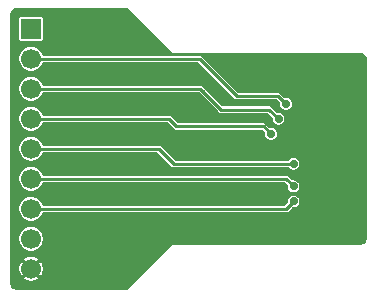
<source format=gbr>
%TF.GenerationSoftware,KiCad,Pcbnew,9.0.2+dfsg-1*%
%TF.CreationDate,2025-06-02T16:04:06+08:00*%
%TF.ProjectId,sd,73642e6b-6963-4616-945f-706362585858,rev?*%
%TF.SameCoordinates,Original*%
%TF.FileFunction,Copper,L2,Bot*%
%TF.FilePolarity,Positive*%
%FSLAX46Y46*%
G04 Gerber Fmt 4.6, Leading zero omitted, Abs format (unit mm)*
G04 Created by KiCad (PCBNEW 9.0.2+dfsg-1) date 2025-06-02 16:04:06*
%MOMM*%
%LPD*%
G01*
G04 APERTURE LIST*
%TA.AperFunction,ComponentPad*%
%ADD10R,1.700000X1.700000*%
%TD*%
%TA.AperFunction,ComponentPad*%
%ADD11C,1.700000*%
%TD*%
%TA.AperFunction,ViaPad*%
%ADD12C,0.700000*%
%TD*%
%TA.AperFunction,Conductor*%
%ADD13C,0.228600*%
%TD*%
G04 APERTURE END LIST*
D10*
%TO.P,J2,1,Pin_1*%
%TO.N,VCC*%
X147955000Y-85090000D03*
D11*
%TO.P,J2,2,Pin_2*%
%TO.N,/D2*%
X147955000Y-87630000D03*
%TO.P,J2,3,Pin_3*%
%TO.N,/D3*%
X147955000Y-90170000D03*
%TO.P,J2,4,Pin_4*%
%TO.N,/CMD*%
X147955000Y-92710000D03*
%TO.P,J2,5,Pin_5*%
%TO.N,/CLK*%
X147955000Y-95250000D03*
%TO.P,J2,6,Pin_6*%
%TO.N,/D0*%
X147955000Y-97790000D03*
%TO.P,J2,7,Pin_7*%
%TO.N,/D1*%
X147955000Y-100330000D03*
%TO.P,J2,8,Pin_8*%
%TO.N,/DET*%
X147955000Y-102870000D03*
%TO.P,J2,9,Pin_9*%
%TO.N,GND*%
X147955000Y-105410000D03*
%TD*%
D12*
%TO.N,GND*%
X150495000Y-86995000D03*
X151765000Y-86995000D03*
X151765000Y-88265000D03*
X150495000Y-88265000D03*
X151765000Y-101600000D03*
X150495000Y-101600000D03*
X151765000Y-93980000D03*
X150495000Y-93980000D03*
X150495000Y-99060000D03*
X151765000Y-96520000D03*
X150495000Y-96520000D03*
X168910000Y-89535000D03*
X158115000Y-99060000D03*
X168910000Y-102235000D03*
X170180000Y-102235000D03*
X173990000Y-98425000D03*
X155575000Y-105410000D03*
X163830000Y-99060000D03*
X154305000Y-85090000D03*
X153670000Y-93980000D03*
X167640000Y-102235000D03*
X168275000Y-99060000D03*
X170180000Y-89535000D03*
X154305000Y-105410000D03*
X150495000Y-91440000D03*
X153035000Y-85090000D03*
X151765000Y-91440000D03*
X163830000Y-95250000D03*
X162560000Y-92075000D03*
X153035000Y-105410000D03*
X167640000Y-89535000D03*
X160020000Y-99060000D03*
X173990000Y-96520000D03*
X168275000Y-95250000D03*
X155575000Y-85090000D03*
X155575000Y-93980000D03*
X151765000Y-99060000D03*
X157480000Y-91440000D03*
%TO.N,/CLK*%
X170180000Y-96520000D03*
%TO.N,/D1*%
X170180000Y-99695000D03*
%TO.N,/D3*%
X168910000Y-92710000D03*
%TO.N,/D0*%
X170180000Y-98425000D03*
%TO.N,/CMD*%
X168275000Y-93980000D03*
%TO.N,/D2*%
X169545000Y-91440000D03*
%TO.N,GND*%
X156845000Y-105410000D03*
%TD*%
D13*
%TO.N,/D2*%
X169545000Y-91440000D02*
X169510000Y-91440000D01*
X169510000Y-91440000D02*
X168840000Y-90770000D01*
X165360000Y-90770000D02*
X162220000Y-87630000D01*
X168840000Y-90770000D02*
X165360000Y-90770000D01*
X162220000Y-87630000D02*
X147955000Y-87630000D01*
%TO.N,/D3*%
X168910000Y-92710000D02*
X168120000Y-91920000D01*
X164045000Y-91925000D02*
X162870000Y-90750000D01*
X168120000Y-91920000D02*
X164050000Y-91920000D01*
X164050000Y-91920000D02*
X164045000Y-91925000D01*
%TO.N,/CMD*%
X147955000Y-92710000D02*
X159625000Y-92710000D01*
X159625000Y-92710000D02*
X160260000Y-93345000D01*
X160260000Y-93345000D02*
X167640000Y-93345000D01*
X167640000Y-93345000D02*
X168275000Y-93980000D01*
%TO.N,/CLK*%
X147955000Y-95250000D02*
X158750000Y-95250000D01*
X158750000Y-95250000D02*
X160020000Y-96520000D01*
X170180000Y-96520000D02*
X160020000Y-96520000D01*
%TO.N,/D1*%
X169545000Y-100330000D02*
X147955000Y-100330000D01*
X170180000Y-99695000D02*
X169545000Y-100330000D01*
%TO.N,/D3*%
X162480000Y-90360000D02*
X162870000Y-90750000D01*
X162290000Y-90170000D02*
X147955000Y-90170000D01*
X162870000Y-90750000D02*
X162290000Y-90170000D01*
%TO.N,/D0*%
X170180000Y-98425000D02*
X169545000Y-97790000D01*
X169545000Y-97790000D02*
X147955000Y-97790000D01*
%TD*%
%TA.AperFunction,Conductor*%
%TO.N,GND*%
G36*
X156163856Y-83355493D02*
G01*
X156168692Y-83359926D01*
X159933388Y-87124622D01*
X159933390Y-87124623D01*
X159966308Y-87138258D01*
X159966313Y-87138259D01*
X159989586Y-87147900D01*
X159989587Y-87147900D01*
X160050414Y-87147900D01*
X175860102Y-87147900D01*
X175890069Y-87147900D01*
X175899884Y-87148543D01*
X176009964Y-87163035D01*
X176028920Y-87168114D01*
X176126907Y-87208702D01*
X176143902Y-87218514D01*
X176185973Y-87250796D01*
X176228041Y-87283077D01*
X176241922Y-87296958D01*
X176306483Y-87381094D01*
X176316299Y-87398095D01*
X176356884Y-87496076D01*
X176361965Y-87515038D01*
X176376457Y-87625114D01*
X176377100Y-87634930D01*
X176377100Y-102865069D01*
X176376457Y-102874885D01*
X176361965Y-102984961D01*
X176356884Y-103003923D01*
X176316299Y-103101904D01*
X176306483Y-103118905D01*
X176241922Y-103203041D01*
X176228041Y-103216922D01*
X176143905Y-103281483D01*
X176126904Y-103291299D01*
X176028923Y-103331884D01*
X176009961Y-103336965D01*
X175948558Y-103345049D01*
X175899883Y-103351457D01*
X175890069Y-103352100D01*
X159989586Y-103352100D01*
X159966309Y-103361741D01*
X159966307Y-103361741D01*
X159933391Y-103375376D01*
X159933388Y-103375378D01*
X156168692Y-107140074D01*
X156122072Y-107161814D01*
X156115518Y-107162100D01*
X146689931Y-107162100D01*
X146680116Y-107161457D01*
X146633046Y-107155260D01*
X146570038Y-107146965D01*
X146551076Y-107141884D01*
X146453095Y-107101299D01*
X146436094Y-107091483D01*
X146351958Y-107026922D01*
X146338077Y-107013041D01*
X146273516Y-106928905D01*
X146263702Y-106911907D01*
X146223114Y-106813920D01*
X146218035Y-106794964D01*
X146203543Y-106684884D01*
X146202900Y-106675069D01*
X146202900Y-105311270D01*
X146952600Y-105311270D01*
X146952600Y-105508729D01*
X146991121Y-105702385D01*
X146991122Y-105702388D01*
X147066684Y-105884812D01*
X147145982Y-106003491D01*
X147510086Y-105639386D01*
X147554901Y-105717007D01*
X147647993Y-105810099D01*
X147725611Y-105854912D01*
X147361507Y-106219016D01*
X147480187Y-106298315D01*
X147662611Y-106373877D01*
X147662614Y-106373878D01*
X147856270Y-106412400D01*
X148053730Y-106412400D01*
X148247385Y-106373878D01*
X148247388Y-106373877D01*
X148429816Y-106298313D01*
X148548490Y-106219017D01*
X148548491Y-106219016D01*
X148184387Y-105854912D01*
X148262007Y-105810099D01*
X148355099Y-105717007D01*
X148399912Y-105639387D01*
X148764016Y-106003491D01*
X148764017Y-106003490D01*
X148843313Y-105884816D01*
X148918877Y-105702388D01*
X148918878Y-105702385D01*
X148957400Y-105508729D01*
X148957400Y-105311270D01*
X148918878Y-105117614D01*
X148918877Y-105117611D01*
X148843315Y-104935187D01*
X148764016Y-104816507D01*
X148399912Y-105180611D01*
X148355099Y-105102993D01*
X148262007Y-105009901D01*
X148184387Y-104965087D01*
X148548491Y-104600982D01*
X148429812Y-104521684D01*
X148247388Y-104446122D01*
X148247385Y-104446121D01*
X148053730Y-104407600D01*
X147856270Y-104407600D01*
X147662614Y-104446121D01*
X147662611Y-104446122D01*
X147480184Y-104521685D01*
X147361507Y-104600981D01*
X147361507Y-104600982D01*
X147725612Y-104965087D01*
X147647993Y-105009901D01*
X147554901Y-105102993D01*
X147510087Y-105180612D01*
X147145982Y-104816507D01*
X147145981Y-104816507D01*
X147066685Y-104935184D01*
X146991122Y-105117611D01*
X146991121Y-105117614D01*
X146952600Y-105311270D01*
X146202900Y-105311270D01*
X146202900Y-102771222D01*
X146952100Y-102771222D01*
X146952100Y-102968777D01*
X146990641Y-103162537D01*
X146990642Y-103162538D01*
X147062892Y-103336965D01*
X147066241Y-103345051D01*
X147175996Y-103509312D01*
X147175997Y-103509313D01*
X147176000Y-103509317D01*
X147315682Y-103648999D01*
X147315685Y-103649001D01*
X147315688Y-103649004D01*
X147479949Y-103758759D01*
X147662461Y-103834357D01*
X147662462Y-103834358D01*
X147662463Y-103834358D01*
X147662465Y-103834359D01*
X147792218Y-103860168D01*
X147856222Y-103872900D01*
X147856223Y-103872900D01*
X148053778Y-103872900D01*
X148101889Y-103863329D01*
X148247535Y-103834359D01*
X148430051Y-103758759D01*
X148594312Y-103649004D01*
X148734004Y-103509312D01*
X148843759Y-103345051D01*
X148919359Y-103162535D01*
X148957900Y-102968777D01*
X148957900Y-102771223D01*
X148919359Y-102577465D01*
X148843759Y-102394949D01*
X148734004Y-102230688D01*
X148734001Y-102230685D01*
X148733999Y-102230682D01*
X148594317Y-102091000D01*
X148594313Y-102090997D01*
X148594312Y-102090996D01*
X148430051Y-101981241D01*
X148430049Y-101981240D01*
X148247538Y-101905642D01*
X148247537Y-101905641D01*
X148053778Y-101867100D01*
X148053777Y-101867100D01*
X147856223Y-101867100D01*
X147856222Y-101867100D01*
X147662462Y-101905641D01*
X147662461Y-101905642D01*
X147479950Y-101981240D01*
X147315682Y-102091000D01*
X147176000Y-102230682D01*
X147066240Y-102394950D01*
X146990642Y-102577461D01*
X146990641Y-102577462D01*
X146952100Y-102771222D01*
X146202900Y-102771222D01*
X146202900Y-100231222D01*
X146952100Y-100231222D01*
X146952100Y-100428777D01*
X146990641Y-100622537D01*
X146990642Y-100622538D01*
X147066241Y-100805051D01*
X147175996Y-100969312D01*
X147175997Y-100969313D01*
X147176000Y-100969317D01*
X147315682Y-101108999D01*
X147315685Y-101109001D01*
X147315688Y-101109004D01*
X147479949Y-101218759D01*
X147662461Y-101294357D01*
X147662462Y-101294358D01*
X147662463Y-101294358D01*
X147662465Y-101294359D01*
X147792218Y-101320168D01*
X147856222Y-101332900D01*
X147856223Y-101332900D01*
X148053778Y-101332900D01*
X148101889Y-101323329D01*
X148247535Y-101294359D01*
X148430051Y-101218759D01*
X148594312Y-101109004D01*
X148734004Y-100969312D01*
X148843759Y-100805051D01*
X148910625Y-100643620D01*
X148945376Y-100605697D01*
X148980100Y-100597200D01*
X169598147Y-100597200D01*
X169598149Y-100597200D01*
X169696357Y-100556521D01*
X170036707Y-100216170D01*
X170083326Y-100194431D01*
X170109342Y-100196707D01*
X170113792Y-100197900D01*
X170113793Y-100197900D01*
X170246206Y-100197900D01*
X170246208Y-100197900D01*
X170374112Y-100163629D01*
X170488788Y-100097421D01*
X170582421Y-100003788D01*
X170648629Y-99889112D01*
X170682900Y-99761208D01*
X170682900Y-99628792D01*
X170648629Y-99500888D01*
X170648628Y-99500887D01*
X170648628Y-99500885D01*
X170611613Y-99436775D01*
X170582421Y-99386212D01*
X170582419Y-99386210D01*
X170582417Y-99386207D01*
X170488792Y-99292582D01*
X170488786Y-99292578D01*
X170374114Y-99226371D01*
X170310160Y-99209235D01*
X170246208Y-99192100D01*
X170113792Y-99192100D01*
X170062630Y-99205808D01*
X169985885Y-99226371D01*
X169871213Y-99292578D01*
X169871207Y-99292582D01*
X169777582Y-99386207D01*
X169777578Y-99386213D01*
X169711371Y-99500885D01*
X169697945Y-99550996D01*
X169677100Y-99628792D01*
X169677100Y-99761208D01*
X169678292Y-99765656D01*
X169673807Y-99816900D01*
X169658829Y-99838291D01*
X169456348Y-100040774D01*
X169409727Y-100062514D01*
X169403173Y-100062800D01*
X148980100Y-100062800D01*
X148931762Y-100045207D01*
X148910625Y-100016379D01*
X148843759Y-99854949D01*
X148734004Y-99690688D01*
X148734001Y-99690685D01*
X148733999Y-99690682D01*
X148594317Y-99551000D01*
X148594313Y-99550997D01*
X148594312Y-99550996D01*
X148430051Y-99441241D01*
X148297201Y-99386213D01*
X148247538Y-99365642D01*
X148247537Y-99365641D01*
X148053778Y-99327100D01*
X148053777Y-99327100D01*
X147856223Y-99327100D01*
X147856222Y-99327100D01*
X147662462Y-99365641D01*
X147662461Y-99365642D01*
X147479950Y-99441240D01*
X147315682Y-99551000D01*
X147176000Y-99690682D01*
X147066240Y-99854950D01*
X146990642Y-100037461D01*
X146990641Y-100037462D01*
X146952100Y-100231222D01*
X146202900Y-100231222D01*
X146202900Y-97691222D01*
X146952100Y-97691222D01*
X146952100Y-97888777D01*
X146990641Y-98082537D01*
X146990642Y-98082538D01*
X147066241Y-98265051D01*
X147175996Y-98429312D01*
X147175997Y-98429313D01*
X147176000Y-98429317D01*
X147315682Y-98568999D01*
X147315685Y-98569001D01*
X147315688Y-98569004D01*
X147479949Y-98678759D01*
X147662461Y-98754357D01*
X147662462Y-98754358D01*
X147662463Y-98754358D01*
X147662465Y-98754359D01*
X147792218Y-98780168D01*
X147856222Y-98792900D01*
X147856223Y-98792900D01*
X148053778Y-98792900D01*
X148101889Y-98783329D01*
X148247535Y-98754359D01*
X148430051Y-98678759D01*
X148594312Y-98569004D01*
X148734004Y-98429312D01*
X148843759Y-98265051D01*
X148910625Y-98103620D01*
X148945376Y-98065697D01*
X148980100Y-98057200D01*
X169403174Y-98057200D01*
X169451512Y-98074793D01*
X169456348Y-98079226D01*
X169658827Y-98281705D01*
X169680567Y-98328325D01*
X169678293Y-98354332D01*
X169677100Y-98358785D01*
X169677100Y-98358792D01*
X169677100Y-98491208D01*
X169697662Y-98567950D01*
X169711371Y-98619114D01*
X169777578Y-98733786D01*
X169777582Y-98733792D01*
X169871207Y-98827417D01*
X169871210Y-98827419D01*
X169871212Y-98827421D01*
X169921775Y-98856613D01*
X169985885Y-98893628D01*
X169985887Y-98893628D01*
X169985888Y-98893629D01*
X170113792Y-98927900D01*
X170113794Y-98927900D01*
X170246206Y-98927900D01*
X170246208Y-98927900D01*
X170374112Y-98893629D01*
X170488788Y-98827421D01*
X170582421Y-98733788D01*
X170648629Y-98619112D01*
X170682900Y-98491208D01*
X170682900Y-98358792D01*
X170648629Y-98230888D01*
X170648628Y-98230887D01*
X170648628Y-98230885D01*
X170611613Y-98166775D01*
X170582421Y-98116212D01*
X170582419Y-98116210D01*
X170582417Y-98116207D01*
X170488792Y-98022582D01*
X170488786Y-98022578D01*
X170374114Y-97956371D01*
X170310160Y-97939235D01*
X170246208Y-97922100D01*
X170113792Y-97922100D01*
X170113789Y-97922100D01*
X170109335Y-97923293D01*
X170058092Y-97918804D01*
X170036706Y-97903827D01*
X169696359Y-97563480D01*
X169696357Y-97563479D01*
X169598149Y-97522800D01*
X169598148Y-97522800D01*
X148980100Y-97522800D01*
X148931762Y-97505207D01*
X148910625Y-97476379D01*
X148843759Y-97314949D01*
X148734004Y-97150688D01*
X148734001Y-97150685D01*
X148733999Y-97150682D01*
X148594317Y-97011000D01*
X148594313Y-97010997D01*
X148594312Y-97010996D01*
X148430051Y-96901241D01*
X148430049Y-96901240D01*
X148247538Y-96825642D01*
X148247537Y-96825641D01*
X148053778Y-96787100D01*
X148053777Y-96787100D01*
X147856223Y-96787100D01*
X147856222Y-96787100D01*
X147662462Y-96825641D01*
X147662461Y-96825642D01*
X147479950Y-96901240D01*
X147315682Y-97011000D01*
X147176000Y-97150682D01*
X147066240Y-97314950D01*
X146990642Y-97497461D01*
X146990641Y-97497462D01*
X146952100Y-97691222D01*
X146202900Y-97691222D01*
X146202900Y-95151222D01*
X146952100Y-95151222D01*
X146952100Y-95348777D01*
X146990641Y-95542537D01*
X146990642Y-95542538D01*
X147066241Y-95725051D01*
X147175996Y-95889312D01*
X147175997Y-95889313D01*
X147176000Y-95889317D01*
X147315682Y-96028999D01*
X147315685Y-96029001D01*
X147315688Y-96029004D01*
X147479949Y-96138759D01*
X147662461Y-96214357D01*
X147662462Y-96214358D01*
X147662463Y-96214358D01*
X147662465Y-96214359D01*
X147767275Y-96235207D01*
X147856222Y-96252900D01*
X147856223Y-96252900D01*
X148053778Y-96252900D01*
X148142725Y-96235207D01*
X148247535Y-96214359D01*
X148430051Y-96138759D01*
X148594312Y-96029004D01*
X148734004Y-95889312D01*
X148843759Y-95725051D01*
X148910625Y-95563620D01*
X148945376Y-95525697D01*
X148980100Y-95517200D01*
X158608174Y-95517200D01*
X158656512Y-95534793D01*
X158661348Y-95539226D01*
X159793479Y-96671357D01*
X159868643Y-96746521D01*
X159966851Y-96787200D01*
X169710151Y-96787200D01*
X169758489Y-96804793D01*
X169775277Y-96824801D01*
X169777579Y-96828789D01*
X169871207Y-96922417D01*
X169871210Y-96922419D01*
X169871212Y-96922421D01*
X169921775Y-96951613D01*
X169985885Y-96988628D01*
X169985887Y-96988628D01*
X169985888Y-96988629D01*
X170113792Y-97022900D01*
X170113794Y-97022900D01*
X170246206Y-97022900D01*
X170246208Y-97022900D01*
X170374112Y-96988629D01*
X170488788Y-96922421D01*
X170582421Y-96828788D01*
X170648629Y-96714112D01*
X170682900Y-96586208D01*
X170682900Y-96453792D01*
X170648629Y-96325888D01*
X170648628Y-96325887D01*
X170648628Y-96325885D01*
X170593715Y-96230774D01*
X170582421Y-96211212D01*
X170582419Y-96211210D01*
X170582417Y-96211207D01*
X170488792Y-96117582D01*
X170488786Y-96117578D01*
X170374114Y-96051371D01*
X170290635Y-96029004D01*
X170246208Y-96017100D01*
X170113792Y-96017100D01*
X170069365Y-96029004D01*
X169985885Y-96051371D01*
X169871213Y-96117578D01*
X169871207Y-96117582D01*
X169777579Y-96211210D01*
X169775277Y-96215199D01*
X169735872Y-96248264D01*
X169710151Y-96252800D01*
X160161826Y-96252800D01*
X160113488Y-96235207D01*
X160108652Y-96230774D01*
X158901359Y-95023480D01*
X158901357Y-95023479D01*
X158803149Y-94982800D01*
X158803148Y-94982800D01*
X148980100Y-94982800D01*
X148931762Y-94965207D01*
X148910625Y-94936379D01*
X148843759Y-94774949D01*
X148734004Y-94610688D01*
X148734001Y-94610685D01*
X148733999Y-94610682D01*
X148594317Y-94471000D01*
X148594313Y-94470997D01*
X148594312Y-94470996D01*
X148430051Y-94361241D01*
X148430049Y-94361240D01*
X148247538Y-94285642D01*
X148247537Y-94285641D01*
X148053778Y-94247100D01*
X148053777Y-94247100D01*
X147856223Y-94247100D01*
X147856222Y-94247100D01*
X147662462Y-94285641D01*
X147662461Y-94285642D01*
X147479950Y-94361240D01*
X147315682Y-94471000D01*
X147176000Y-94610682D01*
X147066240Y-94774950D01*
X146990642Y-94957461D01*
X146990641Y-94957462D01*
X146952100Y-95151222D01*
X146202900Y-95151222D01*
X146202900Y-92611222D01*
X146952100Y-92611222D01*
X146952100Y-92808777D01*
X146990641Y-93002537D01*
X146990642Y-93002538D01*
X147063581Y-93178629D01*
X147066241Y-93185051D01*
X147175996Y-93349312D01*
X147175997Y-93349313D01*
X147176000Y-93349317D01*
X147315682Y-93488999D01*
X147315685Y-93489001D01*
X147315688Y-93489004D01*
X147479949Y-93598759D01*
X147662461Y-93674357D01*
X147662462Y-93674358D01*
X147662463Y-93674358D01*
X147662465Y-93674359D01*
X147792218Y-93700168D01*
X147856222Y-93712900D01*
X147856223Y-93712900D01*
X148053778Y-93712900D01*
X148101889Y-93703329D01*
X148247535Y-93674359D01*
X148430051Y-93598759D01*
X148594312Y-93489004D01*
X148734004Y-93349312D01*
X148843759Y-93185051D01*
X148910625Y-93023620D01*
X148945376Y-92985697D01*
X148980100Y-92977200D01*
X159483174Y-92977200D01*
X159531512Y-92994793D01*
X159536348Y-92999226D01*
X160033479Y-93496357D01*
X160108643Y-93571521D01*
X160206851Y-93612200D01*
X167498174Y-93612200D01*
X167546512Y-93629793D01*
X167551348Y-93634226D01*
X167753827Y-93836705D01*
X167775567Y-93883325D01*
X167773293Y-93909332D01*
X167772100Y-93913785D01*
X167772100Y-93913792D01*
X167772100Y-94046208D01*
X167792662Y-94122950D01*
X167806371Y-94174114D01*
X167872578Y-94288786D01*
X167872582Y-94288792D01*
X167966207Y-94382417D01*
X167966210Y-94382419D01*
X167966212Y-94382421D01*
X168016775Y-94411613D01*
X168080885Y-94448628D01*
X168080887Y-94448628D01*
X168080888Y-94448629D01*
X168208792Y-94482900D01*
X168208794Y-94482900D01*
X168341206Y-94482900D01*
X168341208Y-94482900D01*
X168469112Y-94448629D01*
X168583788Y-94382421D01*
X168677421Y-94288788D01*
X168743629Y-94174112D01*
X168777900Y-94046208D01*
X168777900Y-93913792D01*
X168743629Y-93785888D01*
X168743628Y-93785887D01*
X168743628Y-93785885D01*
X168701489Y-93712900D01*
X168677421Y-93671212D01*
X168677419Y-93671210D01*
X168677417Y-93671207D01*
X168583792Y-93577582D01*
X168583786Y-93577578D01*
X168469114Y-93511371D01*
X168405160Y-93494235D01*
X168341208Y-93477100D01*
X168208792Y-93477100D01*
X168208789Y-93477100D01*
X168204335Y-93478293D01*
X168153092Y-93473804D01*
X168131706Y-93458827D01*
X167791359Y-93118480D01*
X167791357Y-93118479D01*
X167693149Y-93077800D01*
X167693148Y-93077800D01*
X160401826Y-93077800D01*
X160353488Y-93060207D01*
X160348652Y-93055774D01*
X159776359Y-92483480D01*
X159776357Y-92483479D01*
X159678149Y-92442800D01*
X159678148Y-92442800D01*
X148980100Y-92442800D01*
X148931762Y-92425207D01*
X148910625Y-92396379D01*
X148843759Y-92234949D01*
X148734004Y-92070688D01*
X148734001Y-92070685D01*
X148733999Y-92070682D01*
X148594317Y-91931000D01*
X148594313Y-91930997D01*
X148594312Y-91930996D01*
X148430051Y-91821241D01*
X148430049Y-91821240D01*
X148247538Y-91745642D01*
X148247537Y-91745641D01*
X148053778Y-91707100D01*
X148053777Y-91707100D01*
X147856223Y-91707100D01*
X147856222Y-91707100D01*
X147662462Y-91745641D01*
X147662461Y-91745642D01*
X147479950Y-91821240D01*
X147315682Y-91931000D01*
X147176000Y-92070682D01*
X147066240Y-92234950D01*
X146990642Y-92417461D01*
X146990641Y-92417462D01*
X146952100Y-92611222D01*
X146202900Y-92611222D01*
X146202900Y-90071222D01*
X146952100Y-90071222D01*
X146952100Y-90268777D01*
X146990641Y-90462537D01*
X146990642Y-90462538D01*
X147024169Y-90543479D01*
X147066241Y-90645051D01*
X147175996Y-90809312D01*
X147175997Y-90809313D01*
X147176000Y-90809317D01*
X147315682Y-90948999D01*
X147315685Y-90949001D01*
X147315688Y-90949004D01*
X147479949Y-91058759D01*
X147662461Y-91134357D01*
X147662462Y-91134358D01*
X147662463Y-91134358D01*
X147662465Y-91134359D01*
X147792218Y-91160168D01*
X147856222Y-91172900D01*
X147856223Y-91172900D01*
X148053778Y-91172900D01*
X148101889Y-91163329D01*
X148247535Y-91134359D01*
X148430051Y-91058759D01*
X148594312Y-90949004D01*
X148734004Y-90809312D01*
X148843759Y-90645051D01*
X148910625Y-90483620D01*
X148945376Y-90445697D01*
X148980100Y-90437200D01*
X162148174Y-90437200D01*
X162196512Y-90454793D01*
X162201348Y-90459226D01*
X162643479Y-90901357D01*
X163818479Y-92076357D01*
X163893643Y-92151521D01*
X163991851Y-92192200D01*
X163991852Y-92192200D01*
X164098148Y-92192200D01*
X164098149Y-92192200D01*
X164098149Y-92192199D01*
X164105412Y-92190755D01*
X164105484Y-92191117D01*
X164125178Y-92187200D01*
X167978174Y-92187200D01*
X168026512Y-92204793D01*
X168031348Y-92209226D01*
X168388827Y-92566705D01*
X168410567Y-92613325D01*
X168408293Y-92639332D01*
X168407100Y-92643785D01*
X168407100Y-92643792D01*
X168407100Y-92776208D01*
X168415827Y-92808777D01*
X168441371Y-92904114D01*
X168507578Y-93018786D01*
X168507582Y-93018792D01*
X168601207Y-93112417D01*
X168601210Y-93112419D01*
X168601212Y-93112421D01*
X168611707Y-93118480D01*
X168715885Y-93178628D01*
X168715887Y-93178628D01*
X168715888Y-93178629D01*
X168843792Y-93212900D01*
X168843794Y-93212900D01*
X168976206Y-93212900D01*
X168976208Y-93212900D01*
X169104112Y-93178629D01*
X169218788Y-93112421D01*
X169312421Y-93018788D01*
X169378629Y-92904112D01*
X169412900Y-92776208D01*
X169412900Y-92643792D01*
X169378629Y-92515888D01*
X169378628Y-92515887D01*
X169378628Y-92515885D01*
X169326274Y-92425207D01*
X169312421Y-92401212D01*
X169312419Y-92401210D01*
X169312417Y-92401207D01*
X169218792Y-92307582D01*
X169218786Y-92307578D01*
X169104114Y-92241371D01*
X169040160Y-92224235D01*
X168976208Y-92207100D01*
X168843792Y-92207100D01*
X168843785Y-92207100D01*
X168839332Y-92208293D01*
X168788089Y-92203803D01*
X168766705Y-92188827D01*
X168271359Y-91693480D01*
X168271357Y-91693479D01*
X168173149Y-91652800D01*
X168173148Y-91652800D01*
X164181826Y-91652800D01*
X164133488Y-91635207D01*
X164128652Y-91630774D01*
X163021357Y-90523479D01*
X162441359Y-89943480D01*
X162441357Y-89943479D01*
X162343149Y-89902800D01*
X162343148Y-89902800D01*
X148980100Y-89902800D01*
X148931762Y-89885207D01*
X148910625Y-89856379D01*
X148843759Y-89694949D01*
X148734004Y-89530688D01*
X148734001Y-89530685D01*
X148733999Y-89530682D01*
X148594317Y-89391000D01*
X148594313Y-89390997D01*
X148594312Y-89390996D01*
X148430051Y-89281241D01*
X148430049Y-89281240D01*
X148247538Y-89205642D01*
X148247537Y-89205641D01*
X148053778Y-89167100D01*
X148053777Y-89167100D01*
X147856223Y-89167100D01*
X147856222Y-89167100D01*
X147662462Y-89205641D01*
X147662461Y-89205642D01*
X147479950Y-89281240D01*
X147315682Y-89391000D01*
X147176000Y-89530682D01*
X147066240Y-89694950D01*
X146990642Y-89877461D01*
X146990641Y-89877462D01*
X146952100Y-90071222D01*
X146202900Y-90071222D01*
X146202900Y-87531222D01*
X146952100Y-87531222D01*
X146952100Y-87728777D01*
X146990641Y-87922537D01*
X146990642Y-87922538D01*
X147066241Y-88105051D01*
X147175996Y-88269312D01*
X147175997Y-88269313D01*
X147176000Y-88269317D01*
X147315682Y-88408999D01*
X147315685Y-88409001D01*
X147315688Y-88409004D01*
X147479949Y-88518759D01*
X147662461Y-88594357D01*
X147662462Y-88594358D01*
X147662463Y-88594358D01*
X147662465Y-88594359D01*
X147792218Y-88620168D01*
X147856222Y-88632900D01*
X147856223Y-88632900D01*
X148053778Y-88632900D01*
X148101889Y-88623329D01*
X148247535Y-88594359D01*
X148430051Y-88518759D01*
X148594312Y-88409004D01*
X148734004Y-88269312D01*
X148843759Y-88105051D01*
X148910625Y-87943620D01*
X148945376Y-87905697D01*
X148980100Y-87897200D01*
X162078174Y-87897200D01*
X162126512Y-87914793D01*
X162131348Y-87919226D01*
X165133479Y-90921357D01*
X165208643Y-90996521D01*
X165306851Y-91037200D01*
X168698174Y-91037200D01*
X168746512Y-91054793D01*
X168751348Y-91059226D01*
X169020074Y-91327952D01*
X169041814Y-91374572D01*
X169042100Y-91381126D01*
X169042100Y-91506208D01*
X169062662Y-91582950D01*
X169076371Y-91634114D01*
X169142578Y-91748786D01*
X169142582Y-91748792D01*
X169236207Y-91842417D01*
X169236210Y-91842419D01*
X169236212Y-91842421D01*
X169286775Y-91871613D01*
X169350885Y-91908628D01*
X169350887Y-91908628D01*
X169350888Y-91908629D01*
X169478792Y-91942900D01*
X169478794Y-91942900D01*
X169611206Y-91942900D01*
X169611208Y-91942900D01*
X169739112Y-91908629D01*
X169853788Y-91842421D01*
X169947421Y-91748788D01*
X170013629Y-91634112D01*
X170047900Y-91506208D01*
X170047900Y-91373792D01*
X170013629Y-91245888D01*
X170013628Y-91245887D01*
X170013628Y-91245885D01*
X169971489Y-91172900D01*
X169947421Y-91131212D01*
X169947419Y-91131210D01*
X169947417Y-91131207D01*
X169853792Y-91037582D01*
X169853786Y-91037578D01*
X169853131Y-91037200D01*
X169840238Y-91029756D01*
X169739114Y-90971371D01*
X169655635Y-90949004D01*
X169611208Y-90937100D01*
X169478792Y-90937100D01*
X169478788Y-90937100D01*
X169446736Y-90945687D01*
X169395492Y-90941202D01*
X169374102Y-90926223D01*
X168991359Y-90543480D01*
X168991357Y-90543479D01*
X168893149Y-90502800D01*
X168893148Y-90502800D01*
X165501826Y-90502800D01*
X165453488Y-90485207D01*
X165448652Y-90480774D01*
X162371359Y-87403480D01*
X162371357Y-87403479D01*
X162273149Y-87362800D01*
X162273148Y-87362800D01*
X148980100Y-87362800D01*
X148931762Y-87345207D01*
X148910625Y-87316379D01*
X148843759Y-87154949D01*
X148734004Y-86990688D01*
X148734001Y-86990685D01*
X148733999Y-86990682D01*
X148594317Y-86851000D01*
X148594313Y-86850997D01*
X148594312Y-86850996D01*
X148430051Y-86741241D01*
X148430049Y-86741240D01*
X148247538Y-86665642D01*
X148247537Y-86665641D01*
X148053778Y-86627100D01*
X148053777Y-86627100D01*
X147856223Y-86627100D01*
X147856222Y-86627100D01*
X147662462Y-86665641D01*
X147662461Y-86665642D01*
X147479950Y-86741240D01*
X147315682Y-86851000D01*
X147176000Y-86990682D01*
X147066240Y-87154950D01*
X146990642Y-87337461D01*
X146990641Y-87337462D01*
X146952100Y-87531222D01*
X146202900Y-87531222D01*
X146202900Y-84224942D01*
X146952100Y-84224942D01*
X146952100Y-85955055D01*
X146952101Y-85955057D01*
X146960972Y-85999659D01*
X146994764Y-86050232D01*
X146994765Y-86050232D01*
X146994766Y-86050234D01*
X147045342Y-86084028D01*
X147089943Y-86092900D01*
X148820056Y-86092899D01*
X148864658Y-86084028D01*
X148915234Y-86050234D01*
X148949028Y-85999658D01*
X148957900Y-85955057D01*
X148957899Y-84224944D01*
X148949028Y-84180342D01*
X148915234Y-84129766D01*
X148864658Y-84095972D01*
X148864656Y-84095971D01*
X148820057Y-84087100D01*
X147089944Y-84087100D01*
X147089942Y-84087101D01*
X147045340Y-84095972D01*
X146994767Y-84129764D01*
X146960972Y-84180342D01*
X146960971Y-84180343D01*
X146952100Y-84224942D01*
X146202900Y-84224942D01*
X146202900Y-83824930D01*
X146203543Y-83815115D01*
X146213116Y-83742399D01*
X146218035Y-83705033D01*
X146223113Y-83686081D01*
X146263703Y-83588088D01*
X146273512Y-83571100D01*
X146338078Y-83486956D01*
X146351958Y-83473077D01*
X146436100Y-83408512D01*
X146453088Y-83398703D01*
X146551081Y-83358113D01*
X146570033Y-83353035D01*
X146680116Y-83338543D01*
X146689931Y-83337900D01*
X146719898Y-83337900D01*
X156115518Y-83337900D01*
X156163856Y-83355493D01*
G37*
%TD.AperFunction*%
%TD*%
M02*

</source>
